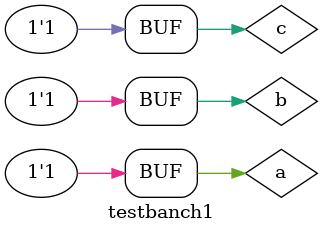
<source format=sv>
`timescale 1ns/1ps 
module testbanch1();
	logic a, b, c, y;
	sillyfunction dut(a, b, c, y);
	
	initial begin 
		a = 0; b = 0; c = 0;	#10;
		c = 1;					#10;
		b = 1; c = 0;			#10;
		c = 1;					#10;
		a = 1; b = 0; c = 0;	#10; 
		c = 1;					#10;
		b = 1; c = 0;			#10;
		c = 1;					#10;
	end
endmodule 
</source>
